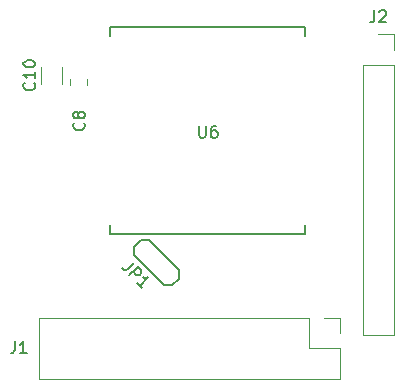
<source format=gbr>
%TF.GenerationSoftware,KiCad,Pcbnew,7.0.6*%
%TF.CreationDate,2023-09-03T22:14:53+02:00*%
%TF.ProjectId,pqunit,7071756e-6974-42e6-9b69-6361645f7063,rev?*%
%TF.SameCoordinates,Original*%
%TF.FileFunction,Legend,Top*%
%TF.FilePolarity,Positive*%
%FSLAX46Y46*%
G04 Gerber Fmt 4.6, Leading zero omitted, Abs format (unit mm)*
G04 Created by KiCad (PCBNEW 7.0.6) date 2023-09-03 22:14:53*
%MOMM*%
%LPD*%
G01*
G04 APERTURE LIST*
%ADD10C,0.150000*%
%ADD11C,0.120000*%
G04 APERTURE END LIST*
D10*
X129777294Y-103190257D02*
X129824914Y-103237876D01*
X129824914Y-103237876D02*
X129872533Y-103380733D01*
X129872533Y-103380733D02*
X129872533Y-103475971D01*
X129872533Y-103475971D02*
X129824914Y-103618828D01*
X129824914Y-103618828D02*
X129729675Y-103714066D01*
X129729675Y-103714066D02*
X129634437Y-103761685D01*
X129634437Y-103761685D02*
X129443961Y-103809304D01*
X129443961Y-103809304D02*
X129301104Y-103809304D01*
X129301104Y-103809304D02*
X129110628Y-103761685D01*
X129110628Y-103761685D02*
X129015390Y-103714066D01*
X129015390Y-103714066D02*
X128920152Y-103618828D01*
X128920152Y-103618828D02*
X128872533Y-103475971D01*
X128872533Y-103475971D02*
X128872533Y-103380733D01*
X128872533Y-103380733D02*
X128920152Y-103237876D01*
X128920152Y-103237876D02*
X128967771Y-103190257D01*
X129872533Y-102237876D02*
X129872533Y-102809304D01*
X129872533Y-102523590D02*
X128872533Y-102523590D01*
X128872533Y-102523590D02*
X129015390Y-102618828D01*
X129015390Y-102618828D02*
X129110628Y-102714066D01*
X129110628Y-102714066D02*
X129158247Y-102809304D01*
X128872533Y-101618828D02*
X128872533Y-101523590D01*
X128872533Y-101523590D02*
X128920152Y-101428352D01*
X128920152Y-101428352D02*
X128967771Y-101380733D01*
X128967771Y-101380733D02*
X129063009Y-101333114D01*
X129063009Y-101333114D02*
X129253485Y-101285495D01*
X129253485Y-101285495D02*
X129491580Y-101285495D01*
X129491580Y-101285495D02*
X129682056Y-101333114D01*
X129682056Y-101333114D02*
X129777294Y-101380733D01*
X129777294Y-101380733D02*
X129824914Y-101428352D01*
X129824914Y-101428352D02*
X129872533Y-101523590D01*
X129872533Y-101523590D02*
X129872533Y-101618828D01*
X129872533Y-101618828D02*
X129824914Y-101714066D01*
X129824914Y-101714066D02*
X129777294Y-101761685D01*
X129777294Y-101761685D02*
X129682056Y-101809304D01*
X129682056Y-101809304D02*
X129491580Y-101856923D01*
X129491580Y-101856923D02*
X129253485Y-101856923D01*
X129253485Y-101856923D02*
X129063009Y-101809304D01*
X129063009Y-101809304D02*
X128967771Y-101761685D01*
X128967771Y-101761685D02*
X128920152Y-101714066D01*
X128920152Y-101714066D02*
X128872533Y-101618828D01*
X138196745Y-118438243D02*
X137691669Y-118943319D01*
X137691669Y-118943319D02*
X137556982Y-119010662D01*
X137556982Y-119010662D02*
X137422295Y-119010662D01*
X137422295Y-119010662D02*
X137287608Y-118943319D01*
X137287608Y-118943319D02*
X137220264Y-118875975D01*
X137826356Y-119482067D02*
X138533463Y-118774960D01*
X138533463Y-118774960D02*
X138802837Y-119044334D01*
X138802837Y-119044334D02*
X138836508Y-119145350D01*
X138836508Y-119145350D02*
X138836508Y-119212693D01*
X138836508Y-119212693D02*
X138802837Y-119313708D01*
X138802837Y-119313708D02*
X138701821Y-119414724D01*
X138701821Y-119414724D02*
X138600806Y-119448395D01*
X138600806Y-119448395D02*
X138533463Y-119448395D01*
X138533463Y-119448395D02*
X138432447Y-119414724D01*
X138432447Y-119414724D02*
X138163073Y-119145350D01*
X138903852Y-120559563D02*
X138499791Y-120155502D01*
X138701821Y-120357533D02*
X139408928Y-119650426D01*
X139408928Y-119650426D02*
X139240569Y-119684098D01*
X139240569Y-119684098D02*
X139105882Y-119684098D01*
X139105882Y-119684098D02*
X139004867Y-119650426D01*
X143734595Y-106828219D02*
X143734595Y-107637742D01*
X143734595Y-107637742D02*
X143782214Y-107732980D01*
X143782214Y-107732980D02*
X143829833Y-107780600D01*
X143829833Y-107780600D02*
X143925071Y-107828219D01*
X143925071Y-107828219D02*
X144115547Y-107828219D01*
X144115547Y-107828219D02*
X144210785Y-107780600D01*
X144210785Y-107780600D02*
X144258404Y-107732980D01*
X144258404Y-107732980D02*
X144306023Y-107637742D01*
X144306023Y-107637742D02*
X144306023Y-106828219D01*
X145210785Y-106828219D02*
X145020309Y-106828219D01*
X145020309Y-106828219D02*
X144925071Y-106875838D01*
X144925071Y-106875838D02*
X144877452Y-106923457D01*
X144877452Y-106923457D02*
X144782214Y-107066314D01*
X144782214Y-107066314D02*
X144734595Y-107256790D01*
X144734595Y-107256790D02*
X144734595Y-107637742D01*
X144734595Y-107637742D02*
X144782214Y-107732980D01*
X144782214Y-107732980D02*
X144829833Y-107780600D01*
X144829833Y-107780600D02*
X144925071Y-107828219D01*
X144925071Y-107828219D02*
X145115547Y-107828219D01*
X145115547Y-107828219D02*
X145210785Y-107780600D01*
X145210785Y-107780600D02*
X145258404Y-107732980D01*
X145258404Y-107732980D02*
X145306023Y-107637742D01*
X145306023Y-107637742D02*
X145306023Y-107399647D01*
X145306023Y-107399647D02*
X145258404Y-107304409D01*
X145258404Y-107304409D02*
X145210785Y-107256790D01*
X145210785Y-107256790D02*
X145115547Y-107209171D01*
X145115547Y-107209171D02*
X144925071Y-107209171D01*
X144925071Y-107209171D02*
X144829833Y-107256790D01*
X144829833Y-107256790D02*
X144782214Y-107304409D01*
X144782214Y-107304409D02*
X144734595Y-107399647D01*
X128161166Y-125065419D02*
X128161166Y-125779704D01*
X128161166Y-125779704D02*
X128113547Y-125922561D01*
X128113547Y-125922561D02*
X128018309Y-126017800D01*
X128018309Y-126017800D02*
X127875452Y-126065419D01*
X127875452Y-126065419D02*
X127780214Y-126065419D01*
X129161166Y-126065419D02*
X128589738Y-126065419D01*
X128875452Y-126065419D02*
X128875452Y-125065419D01*
X128875452Y-125065419D02*
X128780214Y-125208276D01*
X128780214Y-125208276D02*
X128684976Y-125303514D01*
X128684976Y-125303514D02*
X128589738Y-125351133D01*
X133984880Y-106574866D02*
X134032500Y-106622485D01*
X134032500Y-106622485D02*
X134080119Y-106765342D01*
X134080119Y-106765342D02*
X134080119Y-106860580D01*
X134080119Y-106860580D02*
X134032500Y-107003437D01*
X134032500Y-107003437D02*
X133937261Y-107098675D01*
X133937261Y-107098675D02*
X133842023Y-107146294D01*
X133842023Y-107146294D02*
X133651547Y-107193913D01*
X133651547Y-107193913D02*
X133508690Y-107193913D01*
X133508690Y-107193913D02*
X133318214Y-107146294D01*
X133318214Y-107146294D02*
X133222976Y-107098675D01*
X133222976Y-107098675D02*
X133127738Y-107003437D01*
X133127738Y-107003437D02*
X133080119Y-106860580D01*
X133080119Y-106860580D02*
X133080119Y-106765342D01*
X133080119Y-106765342D02*
X133127738Y-106622485D01*
X133127738Y-106622485D02*
X133175357Y-106574866D01*
X133508690Y-106003437D02*
X133461071Y-106098675D01*
X133461071Y-106098675D02*
X133413452Y-106146294D01*
X133413452Y-106146294D02*
X133318214Y-106193913D01*
X133318214Y-106193913D02*
X133270595Y-106193913D01*
X133270595Y-106193913D02*
X133175357Y-106146294D01*
X133175357Y-106146294D02*
X133127738Y-106098675D01*
X133127738Y-106098675D02*
X133080119Y-106003437D01*
X133080119Y-106003437D02*
X133080119Y-105812961D01*
X133080119Y-105812961D02*
X133127738Y-105717723D01*
X133127738Y-105717723D02*
X133175357Y-105670104D01*
X133175357Y-105670104D02*
X133270595Y-105622485D01*
X133270595Y-105622485D02*
X133318214Y-105622485D01*
X133318214Y-105622485D02*
X133413452Y-105670104D01*
X133413452Y-105670104D02*
X133461071Y-105717723D01*
X133461071Y-105717723D02*
X133508690Y-105812961D01*
X133508690Y-105812961D02*
X133508690Y-106003437D01*
X133508690Y-106003437D02*
X133556309Y-106098675D01*
X133556309Y-106098675D02*
X133603928Y-106146294D01*
X133603928Y-106146294D02*
X133699166Y-106193913D01*
X133699166Y-106193913D02*
X133889642Y-106193913D01*
X133889642Y-106193913D02*
X133984880Y-106146294D01*
X133984880Y-106146294D02*
X134032500Y-106098675D01*
X134032500Y-106098675D02*
X134080119Y-106003437D01*
X134080119Y-106003437D02*
X134080119Y-105812961D01*
X134080119Y-105812961D02*
X134032500Y-105717723D01*
X134032500Y-105717723D02*
X133984880Y-105670104D01*
X133984880Y-105670104D02*
X133889642Y-105622485D01*
X133889642Y-105622485D02*
X133699166Y-105622485D01*
X133699166Y-105622485D02*
X133603928Y-105670104D01*
X133603928Y-105670104D02*
X133556309Y-105717723D01*
X133556309Y-105717723D02*
X133508690Y-105812961D01*
X158590366Y-97047819D02*
X158590366Y-97762104D01*
X158590366Y-97762104D02*
X158542747Y-97904961D01*
X158542747Y-97904961D02*
X158447509Y-98000200D01*
X158447509Y-98000200D02*
X158304652Y-98047819D01*
X158304652Y-98047819D02*
X158209414Y-98047819D01*
X159018938Y-97143057D02*
X159066557Y-97095438D01*
X159066557Y-97095438D02*
X159161795Y-97047819D01*
X159161795Y-97047819D02*
X159399890Y-97047819D01*
X159399890Y-97047819D02*
X159495128Y-97095438D01*
X159495128Y-97095438D02*
X159542747Y-97143057D01*
X159542747Y-97143057D02*
X159590366Y-97238295D01*
X159590366Y-97238295D02*
X159590366Y-97333533D01*
X159590366Y-97333533D02*
X159542747Y-97476390D01*
X159542747Y-97476390D02*
X158971319Y-98047819D01*
X158971319Y-98047819D02*
X159590366Y-98047819D01*
D11*
%TO.C,C10*%
X132177714Y-103258652D02*
X132177714Y-101836148D01*
X130357714Y-103258652D02*
X130357714Y-101836148D01*
D10*
%TO.C,JP1*%
X138798340Y-116501954D02*
X139505447Y-116501954D01*
X138232654Y-117067640D02*
X138798340Y-116501954D01*
X139505447Y-116501954D02*
X142051031Y-119047539D01*
X138232654Y-117774747D02*
X138232654Y-117067640D01*
X142051031Y-119047539D02*
X142051031Y-119754645D01*
X140778239Y-120320331D02*
X138232654Y-117774747D01*
X142051031Y-119754645D02*
X141485345Y-120320331D01*
X141485345Y-120320331D02*
X140778239Y-120320331D01*
%TO.C,U6*%
X136195700Y-98471000D02*
X152695700Y-98471000D01*
X136195700Y-99221000D02*
X136195700Y-98471000D01*
X136195700Y-115221000D02*
X136195700Y-115971000D01*
X136195700Y-115971000D02*
X152695700Y-115971000D01*
X152695700Y-98471000D02*
X152695700Y-99221000D01*
X152695700Y-115971000D02*
X152695700Y-115221000D01*
D11*
%TO.C,J1*%
X155680000Y-123060000D02*
X154350000Y-123060000D01*
X153080000Y-123060000D02*
X130160000Y-123060000D01*
X155680000Y-124390000D02*
X155680000Y-123060000D01*
X155680000Y-125660000D02*
X153080000Y-125660000D01*
X153080000Y-125660000D02*
X153080000Y-123060000D01*
X155680000Y-128260000D02*
X155680000Y-125660000D01*
X155680000Y-128260000D02*
X130160000Y-128260000D01*
X130160000Y-128260000D02*
X130160000Y-123060000D01*
%TO.C,C8*%
X132788700Y-103388952D02*
X132788700Y-102866448D01*
X134258700Y-103388952D02*
X134258700Y-102866448D01*
%TO.C,J2*%
X157593700Y-101633000D02*
X157593700Y-124553000D01*
X157593700Y-101633000D02*
X160253700Y-101633000D01*
X157593700Y-124553000D02*
X160253700Y-124553000D01*
X158923700Y-99033000D02*
X160253700Y-99033000D01*
X160253700Y-99033000D02*
X160253700Y-100363000D01*
X160253700Y-101633000D02*
X160253700Y-124553000D01*
%TD*%
M02*

</source>
